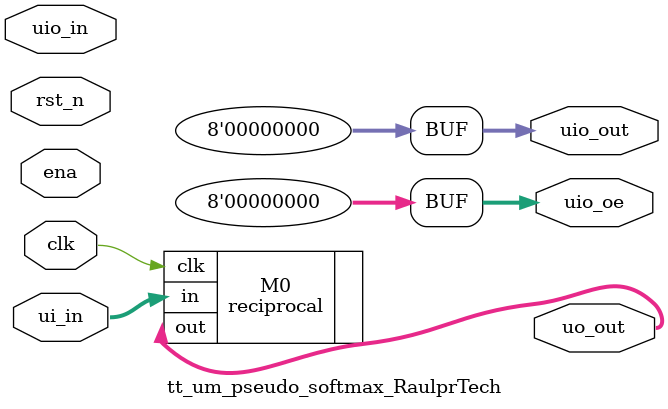
<source format=v>


module tt_um_pseudo_softmax_RaulprTech (
    input  wire [7:0] ui_in,    // Dedicated inputs - connected to the input switches for clk_selector and pattern_sel
    output wire [7:0] uo_out,   // Dedicated outputs - connected to the 7 LEDs
    input  wire [7:0] uio_in,   // IOs: Bidirectional Input path
    output wire [7:0] uio_out,  // IOs: Bidirectional Output path
    output wire [7:0] uio_oe,   // IOs: Bidirectional Enable path (active high: 0=input, 1=output)
    input  wire       ena,      // will go high when the design is enabled, not used circuit can be turned off when pattern_sel = 0
    input  wire       clk,      // clock
    input  wire       rst_n     // reset_n - low to reset
);
assign uio_out = 0;
assign uio_oe = 0;
    
reciprocal M0
(
     .clk(clk),
    .in(ui_in),
    .out(uo_out),
);

endmodule



</source>
